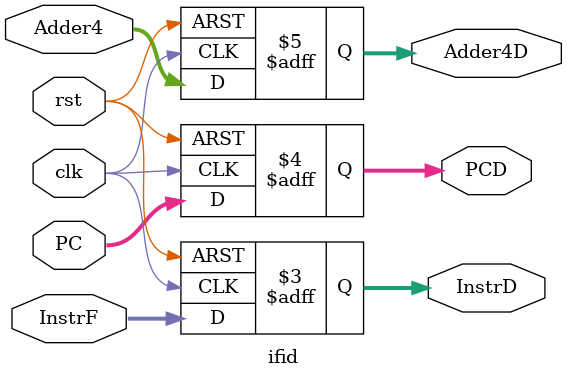
<source format=v>
module ifid (
    input  wire        clk,
    input  wire        rst,
    input  wire [31:0] InstrF,
    input  wire [31:0] PC,
    input  wire [31:0] Adder4,
    output reg  [31:0] InstrD,
    output reg  [31:0] PCD,
    output reg  [31:0] Adder4D
);

always @(posedge clk or negedge rst) begin
    if (!rst) begin
        InstrD  <= 32'b0;
        PCD     <= 32'b0;
        Adder4D <= 32'b0;
    end else begin
        InstrD  <= InstrF;
        PCD     <= PC;
        Adder4D <= Adder4;
    end
end

endmodule

</source>
